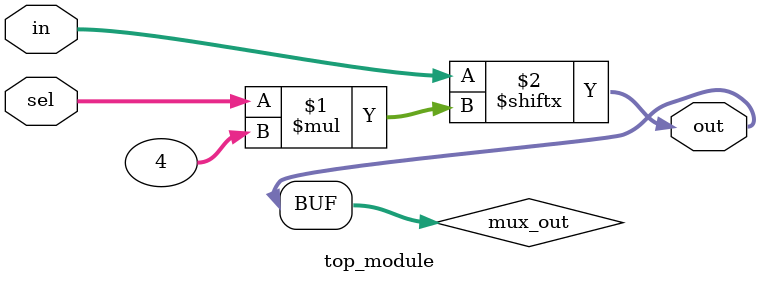
<source format=sv>
module top_module (
    input [1023:0] in,
    input [7:0] sel,
    output [3:0] out
);

wire [3:0] mux_out;

assign mux_out = in[(sel*4+3):(sel*4)];

assign out = mux_out;

endmodule

</source>
